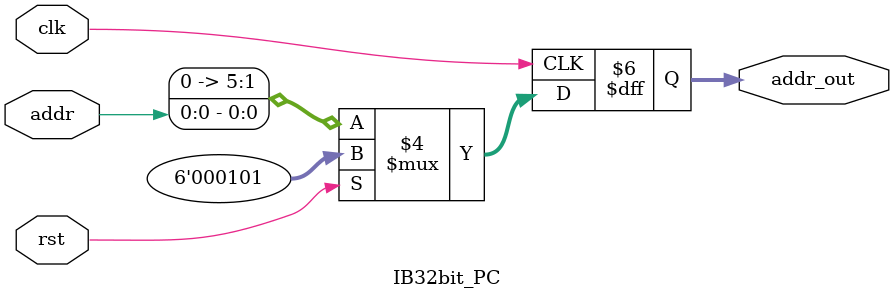
<source format=sv>
`timescale 1ns / 1ps

/*module IB32bit_PC(addr, clk, addr_out);
    parameter AWIDTH = 6;
    
    input logic [AWIDTH-1:0] addr;
    input logic clk;
    output logic [AWIDTH-1:0] addr_out;
    
    
    always_ff@(posedge clk) begin
        addr_out <= addr;
    end
endmodule*/

module IB32bit_PC(addr, clk, addr_out, rst);
    parameter AWIDTH = 6;
    
    input addr;
    input clk;
    input rst;
    output logic [AWIDTH-1:0] addr_out;
    
    always_ff@(posedge clk) begin
        if (rst==1) begin
            addr_out <= 5;
        end
        else
            addr_out <= addr;
    end
endmodule

</source>
